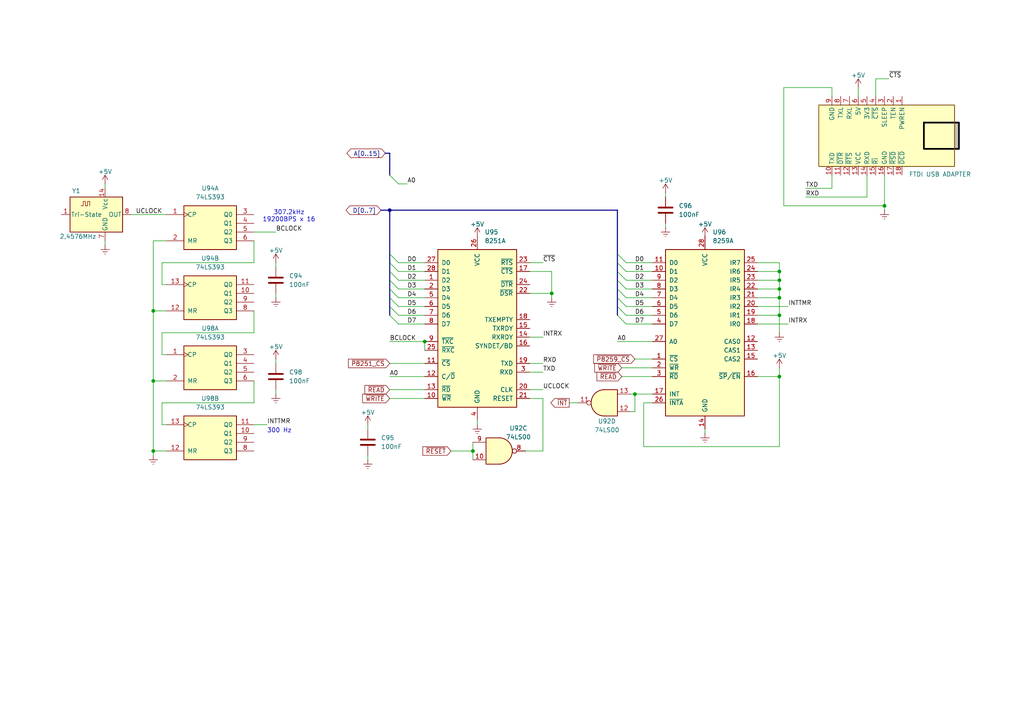
<source format=kicad_sch>
(kicad_sch (version 20250114) (generator "eeschema") (generator_version "9.0")
  (paper "A4")
  (title_block (title "Kraft 80 by ARMCoder") (rev "1.1") (comment 1 "www.github.com/ARMCoderBR"))
  (lib_symbols
    (symbol "74xx:74LS00" (pin_names (offset 1.016))
      (property "Reference" "U" (at 0 1.27 0))
      (property "Value" "74LS00" (at 0 -1.27 0))
      (symbol "74LS00_1_1"
        (arc (start 0 3.81) (mid 3.7934 0) (end 0 -3.81) (stroke (width 0.254)) (fill (type background)))
        (polyline (pts (xy 0 3.81) (xy -3.81 3.81) (xy -3.81 -3.81) (xy 0 -3.81)) (stroke (width 0.254)) (fill (type background)))
        (pin input line (at -7.62 2.54 0) (length 3.81) (name "~") (number "1"))
        (pin input line (at -7.62 -2.54 0) (length 3.81) (name "~") (number "2"))
        (pin output inverted (at 7.62 0 180) (length 3.81) (name "~") (number "3"))
      )
      (symbol "74LS00_1_2"
        (arc (start -3.81 3.81) (mid -2.589 0) (end -3.81 -3.81) (stroke (width 0.254)))
        (polyline (pts (xy -3.81 3.81) (xy -0.635 3.81)) (stroke (width 0.254)) (fill (type background)))
        (polyline (pts (xy -3.81 -3.81) (xy -0.635 -3.81)) (stroke (width 0.254)) (fill (type background)))
        (arc (start 3.81 0) (mid 2.1855 -2.584) (end -0.6096 -3.81) (stroke (width 0.254)) (fill (type background)))
        (arc (start -0.6096 3.81) (mid 2.1928 2.5924) (end 3.81 0) (stroke (width 0.254)) (fill (type background)))
        (polyline (pts (xy -0.635 3.81) (xy -3.81 3.81) (xy -3.81 3.81) (xy -3.556 3.4036) (xy -3.0226 2.2606) (xy -2.6924 1.0414) (xy -2.6162 -0.254) (xy -2.7686 -1.4986) (xy -3.175 -2.7178) (xy -3.81 -3.81) (xy -3.81 -3.81) (xy -0.635 -3.81)) (stroke (width -25.4)) (fill (type background)))
        (pin input inverted (at -7.62 2.54 0) (length 4.318) (name "~") (number "1"))
        (pin input inverted (at -7.62 -2.54 0) (length 4.318) (name "~") (number "2"))
        (pin output line (at 7.62 0 180) (length 3.81) (name "~") (number "3"))
      )
      (symbol "74LS00_2_1"
        (arc (start 0 3.81) (mid 3.7934 0) (end 0 -3.81) (stroke (width 0.254)) (fill (type background)))
        (polyline (pts (xy 0 3.81) (xy -3.81 3.81) (xy -3.81 -3.81) (xy 0 -3.81)) (stroke (width 0.254)) (fill (type background)))
        (pin input line (at -7.62 2.54 0) (length 3.81) (name "~") (number "4"))
        (pin input line (at -7.62 -2.54 0) (length 3.81) (name "~") (number "5"))
        (pin output inverted (at 7.62 0 180) (length 3.81) (name "~") (number "6"))
      )
      (symbol "74LS00_2_2"
        (arc (start -3.81 3.81) (mid -2.589 0) (end -3.81 -3.81) (stroke (width 0.254)))
        (polyline (pts (xy -3.81 3.81) (xy -0.635 3.81)) (stroke (width 0.254)) (fill (type background)))
        (polyline (pts (xy -3.81 -3.81) (xy -0.635 -3.81)) (stroke (width 0.254)) (fill (type background)))
        (arc (start 3.81 0) (mid 2.1855 -2.584) (end -0.6096 -3.81) (stroke (width 0.254)) (fill (type background)))
        (arc (start -0.6096 3.81) (mid 2.1928 2.5924) (end 3.81 0) (stroke (width 0.254)) (fill (type background)))
        (polyline (pts (xy -0.635 3.81) (xy -3.81 3.81) (xy -3.81 3.81) (xy -3.556 3.4036) (xy -3.0226 2.2606) (xy -2.6924 1.0414) (xy -2.6162 -0.254) (xy -2.7686 -1.4986) (xy -3.175 -2.7178) (xy -3.81 -3.81) (xy -3.81 -3.81) (xy -0.635 -3.81)) (stroke (width -25.4)) (fill (type background)))
        (pin input inverted (at -7.62 2.54 0) (length 4.318) (name "~") (number "4"))
        (pin input inverted (at -7.62 -2.54 0) (length 4.318) (name "~") (number "5"))
        (pin output line (at 7.62 0 180) (length 3.81) (name "~") (number "6"))
      )
      (symbol "74LS00_3_1"
        (arc (start 0 3.81) (mid 3.7934 0) (end 0 -3.81) (stroke (width 0.254)) (fill (type background)))
        (polyline (pts (xy 0 3.81) (xy -3.81 3.81) (xy -3.81 -3.81) (xy 0 -3.81)) (stroke (width 0.254)) (fill (type background)))
        (pin input line (at -7.62 2.54 0) (length 3.81) (name "~") (number "9"))
        (pin input line (at -7.62 -2.54 0) (length 3.81) (name "~") (number "10"))
        (pin output inverted (at 7.62 0 180) (length 3.81) (name "~") (number "8"))
      )
      (symbol "74LS00_3_2"
        (arc (start -3.81 3.81) (mid -2.589 0) (end -3.81 -3.81) (stroke (width 0.254)))
        (polyline (pts (xy -3.81 3.81) (xy -0.635 3.81)) (stroke (width 0.254)) (fill (type background)))
        (polyline (pts (xy -3.81 -3.81) (xy -0.635 -3.81)) (stroke (width 0.254)) (fill (type background)))
        (arc (start 3.81 0) (mid 2.1855 -2.584) (end -0.6096 -3.81) (stroke (width 0.254)) (fill (type background)))
        (arc (start -0.6096 3.81) (mid 2.1928 2.5924) (end 3.81 0) (stroke (width 0.254)) (fill (type background)))
        (polyline (pts (xy -0.635 3.81) (xy -3.81 3.81) (xy -3.81 3.81) (xy -3.556 3.4036) (xy -3.0226 2.2606) (xy -2.6924 1.0414) (xy -2.6162 -0.254) (xy -2.7686 -1.4986) (xy -3.175 -2.7178) (xy -3.81 -3.81) (xy -3.81 -3.81) (xy -0.635 -3.81)) (stroke (width -25.4)) (fill (type background)))
        (pin input inverted (at -7.62 2.54 0) (length 4.318) (name "~") (number "9"))
        (pin input inverted (at -7.62 -2.54 0) (length 4.318) (name "~") (number "10"))
        (pin output line (at 7.62 0 180) (length 3.81) (name "~") (number "8"))
      )
      (symbol "74LS00_4_1"
        (arc (start 0 3.81) (mid 3.7934 0) (end 0 -3.81) (stroke (width 0.254)) (fill (type background)))
        (polyline (pts (xy 0 3.81) (xy -3.81 3.81) (xy -3.81 -3.81) (xy 0 -3.81)) (stroke (width 0.254)) (fill (type background)))
        (pin input line (at -7.62 2.54 0) (length 3.81) (name "~") (number "12"))
        (pin input line (at -7.62 -2.54 0) (length 3.81) (name "~") (number "13"))
        (pin output inverted (at 7.62 0 180) (length 3.81) (name "~") (number "11"))
      )
      (symbol "74LS00_4_2"
        (arc (start -3.81 3.81) (mid -2.589 0) (end -3.81 -3.81) (stroke (width 0.254)))
        (polyline (pts (xy -3.81 3.81) (xy -0.635 3.81)) (stroke (width 0.254)) (fill (type background)))
        (polyline (pts (xy -3.81 -3.81) (xy -0.635 -3.81)) (stroke (width 0.254)) (fill (type background)))
        (arc (start 3.81 0) (mid 2.1855 -2.584) (end -0.6096 -3.81) (stroke (width 0.254)) (fill (type background)))
        (arc (start -0.6096 3.81) (mid 2.1928 2.5924) (end 3.81 0) (stroke (width 0.254)) (fill (type background)))
        (polyline (pts (xy -0.635 3.81) (xy -3.81 3.81) (xy -3.81 3.81) (xy -3.556 3.4036) (xy -3.0226 2.2606) (xy -2.6924 1.0414) (xy -2.6162 -0.254) (xy -2.7686 -1.4986) (xy -3.175 -2.7178) (xy -3.81 -3.81) (xy -3.81 -3.81) (xy -0.635 -3.81)) (stroke (width -25.4)) (fill (type background)))
        (pin input inverted (at -7.62 2.54 0) (length 4.318) (name "~") (number "12"))
        (pin input inverted (at -7.62 -2.54 0) (length 4.318) (name "~") (number "13"))
        (pin output line (at 7.62 0 180) (length 3.81) (name "~") (number "11"))
      )
      (symbol "74LS00_5_0"
        (pin power_in line (at 0 12.7 270) (length 5.08) (name "VCC") (number "14"))
        (pin power_in line (at 0 -12.7 90) (length 5.08) (name "GND") (number "7"))
      )
      (symbol "74LS00_5_1"
        (rectangle (start -5.08 7.62) (end 5.08 -7.62) (stroke (width 0.254)) (fill (type background)))
      )
    )
    (symbol "74xx:74LS393" (pin_names (offset 1.016))
      (property "Reference" "U" (at -7.62 8.89 0))
      (property "Value" "74LS393" (at -7.62 -8.89 0))
      (symbol "74LS393_1_0"
        (pin input clock (at -12.7 2.54 0) (length 5.08) (name "CP") (number "1"))
        (pin input line (at -12.7 -5.08 0) (length 5.08) (name "MR") (number "2"))
        (pin output line (at 12.7 2.54 180) (length 5.08) (name "Q0") (number "3"))
        (pin output line (at 12.7 0 180) (length 5.08) (name "Q1") (number "4"))
        (pin output line (at 12.7 -2.54 180) (length 5.08) (name "Q2") (number "5"))
        (pin output line (at 12.7 -5.08 180) (length 5.08) (name "Q3") (number "6"))
      )
      (symbol "74LS393_1_1"
        (rectangle (start -7.62 5.08) (end 7.62 -7.62) (stroke (width 0.254)) (fill (type background)))
      )
      (symbol "74LS393_2_0"
        (pin input clock (at -12.7 2.54 0) (length 5.08) (name "CP") (number "13"))
        (pin input line (at -12.7 -5.08 0) (length 5.08) (name "MR") (number "12"))
        (pin output line (at 12.7 2.54 180) (length 5.08) (name "Q0") (number "11"))
        (pin output line (at 12.7 0 180) (length 5.08) (name "Q1") (number "10"))
        (pin output line (at 12.7 -2.54 180) (length 5.08) (name "Q2") (number "9"))
        (pin output line (at 12.7 -5.08 180) (length 5.08) (name "Q3") (number "8"))
      )
      (symbol "74LS393_2_1"
        (rectangle (start -7.62 5.08) (end 7.62 -7.62) (stroke (width 0.254)) (fill (type background)))
      )
      (symbol "74LS393_3_0"
        (pin power_in line (at 0 12.7 270) (length 5.08) (name "VCC") (number "14"))
        (pin power_in line (at 0 -12.7 90) (length 5.08) (name "GND") (number "7"))
      )
      (symbol "74LS393_3_1"
        (rectangle (start -5.08 7.62) (end 5.08 -7.62) (stroke (width 0.254)) (fill (type background)))
      )
    )
    (symbol "Device:C" (pin_numbers (hide yes)) (pin_names (offset 0.254))
      (property "Reference" "C" (at 0.635 2.54 0))
      (property "Value" "C" (at 0.635 -2.54 0))
      (symbol "C_0_1"
        (polyline (pts (xy -2.032 0.762) (xy 2.032 0.762)) (stroke (width 0.508)))
        (polyline (pts (xy -2.032 -0.762) (xy 2.032 -0.762)) (stroke (width 0.508)))
      )
      (symbol "C_1_1"
        (pin passive line (at 0 3.81 270) (length 2.794) (name "~") (number "1"))
        (pin passive line (at 0 -3.81 90) (length 2.794) (name "~") (number "2"))
      )
    )
    (symbol "Interface:8259A" (pin_names (offset 1.016))
      (property "Reference" "U" (at -10.16 25.4 0))
      (property "Value" "8259A" (at 8.89 25.4 0))
      (symbol "8259A_0_1"
        (rectangle (start -11.43 24.13) (end 11.43 -24.13) (stroke (width 0.254)) (fill (type background)))
      )
      (symbol "8259A_1_1"
        (pin bidirectional line (at -15.24 20.32 0) (length 3.81) (name "D0") (number "11"))
        (pin bidirectional line (at -15.24 17.78 0) (length 3.81) (name "D1") (number "10"))
        (pin bidirectional line (at -15.24 15.24 0) (length 3.81) (name "D2") (number "9"))
        (pin bidirectional line (at -15.24 12.7 0) (length 3.81) (name "D3") (number "8"))
        (pin bidirectional line (at -15.24 10.16 0) (length 3.81) (name "D4") (number "7"))
        (pin bidirectional line (at -15.24 7.62 0) (length 3.81) (name "D5") (number "6"))
        (pin bidirectional line (at -15.24 5.08 0) (length 3.81) (name "D6") (number "5"))
        (pin bidirectional line (at -15.24 2.54 0) (length 3.81) (name "D7") (number "4"))
        (pin input line (at -15.24 -2.54 0) (length 3.81) (name "A0") (number "27"))
        (pin input line (at -15.24 -7.62 0) (length 3.81) (name "~{CS}") (number "1"))
        (pin input line (at -15.24 -10.16 0) (length 3.81) (name "~{WR}") (number "2"))
        (pin input line (at -15.24 -12.7 0) (length 3.81) (name "~{RD}") (number "3"))
        (pin output line (at -15.24 -17.78 0) (length 3.81) (name "INT") (number "17"))
        (pin input line (at -15.24 -20.32 0) (length 3.81) (name "~{INTA}") (number "26"))
        (pin power_in line (at 0 27.94 270) (length 3.81) (name "VCC") (number "28"))
        (pin power_in line (at 0 -27.94 90) (length 3.81) (name "GND") (number "14"))
        (pin input line (at 15.24 20.32 180) (length 3.81) (name "IR7") (number "25"))
        (pin input line (at 15.24 17.78 180) (length 3.81) (name "IR6") (number "24"))
        (pin input line (at 15.24 15.24 180) (length 3.81) (name "IR5") (number "23"))
        (pin input line (at 15.24 12.7 180) (length 3.81) (name "IR4") (number "22"))
        (pin input line (at 15.24 10.16 180) (length 3.81) (name "IR3") (number "21"))
        (pin input line (at 15.24 7.62 180) (length 3.81) (name "IR2") (number "20"))
        (pin input line (at 15.24 5.08 180) (length 3.81) (name "IR1") (number "19"))
        (pin input line (at 15.24 2.54 180) (length 3.81) (name "IR0") (number "18"))
        (pin input line (at 15.24 -2.54 180) (length 3.81) (name "CAS0") (number "12"))
        (pin output line (at 15.24 -5.08 180) (length 3.81) (name "CAS1") (number "13"))
        (pin output line (at 15.24 -7.62 180) (length 3.81) (name "CAS2") (number "15"))
        (pin bidirectional line (at 15.24 -12.7 180) (length 3.81) (name "~{SP}/~{EN}") (number "16"))
      )
    )
    (symbol "Oscillator:ACO-xxxMHz-A" (pin_names (offset 0.254))
      (property "Reference" "Y" (at -5.08 6.35 0))
      (property "Value" "ACO-xxxMHz-A" (at 1.27 -6.35 0))
      (symbol "ACO-xxxMHz-A_0_1"
        (rectangle (start -10.16 5.08) (end 5.08 -5.08) (stroke (width 0.254)) (fill (type background)))
        (polyline (pts (xy -6.985 2.54) (xy -6.35 2.54) (xy -6.35 3.81) (xy -5.715 3.81) (xy -5.715 2.54) (xy -5.08 2.54) (xy -5.08 3.81) (xy -4.445 3.81) (xy -4.445 2.54)))
      )
      (symbol "ACO-xxxMHz-A_1_1"
        (pin input line (at -12.7 0 0) (length 2.54) (name "Tri-State") (number "1"))
        (pin power_in line (at 0 7.62 270) (length 2.54) (name "Vcc") (number "14"))
        (pin power_in line (at 0 -7.62 90) (length 2.54) (name "GND") (number "7"))
        (pin output line (at 7.62 0 180) (length 2.54) (name "OUT") (number "8"))
      )
    )
    (symbol "kraft80:8251A" (pin_names (offset 1.016))
      (property "Reference" "U" (at -10.16 25.4 0))
      (property "Value" "8251A" (at 8.89 25.4 0))
      (symbol "8251A_0_1"
        (rectangle (start -11.43 24.13) (end 11.43 -21.59) (stroke (width 0.254)) (fill (type background)))
      )
      (symbol "8251A_1_1"
        (pin bidirectional line (at -15.24 20.32 0) (length 3.81) (name "D0") (number "27"))
        (pin bidirectional line (at -15.24 17.78 0) (length 3.81) (name "D1") (number "28"))
        (pin bidirectional line (at -15.24 15.24 0) (length 3.81) (name "D2") (number "1"))
        (pin bidirectional line (at -15.24 12.7 0) (length 3.81) (name "D3") (number "2"))
        (pin bidirectional line (at -15.24 10.16 0) (length 3.81) (name "D4") (number "5"))
        (pin bidirectional line (at -15.24 7.62 0) (length 3.81) (name "D5") (number "6"))
        (pin bidirectional line (at -15.24 5.08 0) (length 3.81) (name "D6") (number "7"))
        (pin bidirectional line (at -15.24 2.54 0) (length 3.81) (name "D7") (number "8"))
        (pin input line (at -15.24 -2.54 0) (length 3.81) (name "~{TXC}") (number "9"))
        (pin input line (at -15.24 -5.08 0) (length 3.81) (name "~{RXC}") (number "25"))
        (pin input line (at -15.24 -8.89 0) (length 3.81) (name "~{CS}") (number "11"))
        (pin input line (at -15.24 -12.7 0) (length 3.81) (name "C/~{D}") (number "12"))
        (pin input line (at -15.24 -16.51 0) (length 3.81) (name "~{RD}") (number "13"))
        (pin input line (at -15.24 -19.05 0) (length 3.81) (name "~{WR}") (number "10"))
        (pin power_in line (at 0 27.94 270) (length 3.81) (name "VCC") (number "26"))
        (pin power_in line (at 0 -25.4 90) (length 3.81) (name "GND") (number "4"))
        (pin output line (at 15.24 20.32 180) (length 3.81) (name "~{RTS}") (number "23"))
        (pin input line (at 15.24 17.78 180) (length 3.81) (name "~{CTS}") (number "17"))
        (pin output line (at 15.24 13.97 180) (length 3.81) (name "~{DTR}") (number "24"))
        (pin input line (at 15.24 11.43 180) (length 3.81) (name "~{DSR}") (number "22"))
        (pin output line (at 15.24 3.81 180) (length 3.81) (name "TXEMPTY") (number "18"))
        (pin output line (at 15.24 1.27 180) (length 3.81) (name "TXRDY") (number "15"))
        (pin output line (at 15.24 -1.27 180) (length 3.81) (name "RXRDY") (number "14"))
        (pin output line (at 15.24 -3.81 180) (length 3.81) (name "SYNDET/BD") (number "16"))
        (pin output line (at 15.24 -8.89 180) (length 3.81) (name "TXD") (number "19"))
        (pin input line (at 15.24 -11.43 180) (length 3.81) (name "RXD") (number "3"))
        (pin input line (at 15.24 -16.51 180) (length 3.81) (name "CLK") (number "20"))
        (pin input line (at 15.24 -19.05 180) (length 3.81) (name "RESET") (number "21"))
      )
    )
    (symbol "kraft80:FTDI-ADAPTER"
      (property "Reference" "U" (at -19.558 10.414 0))
      (symbol "FTDI-ADAPTER_1_1"
        (rectangle (start -21.59 3.81) (end -11.43 -3.81) (stroke (width 0.5) (color 0 0 0 1)) (fill (type color) (color 194 194 194 1)))
        (rectangle (start -20.32 8.89) (end 19.05 -8.89) (stroke (width 0.25) (color 128 77 0 1)) (fill (type color) (color 255 255 194 1)))
        (pin input line (at -5.08 11.43 270) (length 2.54) (name "~{DCD}") (number "18"))
        (pin input line (at -5.08 -11.43 90) (length 2.54) (name "PWREN") (number "1"))
        (pin input line (at -2.54 11.43 270) (length 2.54) (name "~{RSD}") (number "17"))
        (pin input line (at -2.54 -11.43 90) (length 2.54) (name "TEN") (number "2"))
        (pin power_in line (at 0 11.43 270) (length 2.54) (name "GND") (number "16"))
        (pin input line (at 0 -11.43 90) (length 2.54) (name "SLEEP") (number "3"))
        (pin input line (at 2.54 11.43 270) (length 2.54) (name "~{RI}") (number "15"))
        (pin input line (at 2.54 -11.43 90) (length 2.54) (name "~{CTS}") (number "4"))
        (pin input line (at 5.08 11.43 270) (length 2.54) (name "RXD") (number "14"))
        (pin power_in line (at 5.08 -11.43 90) (length 2.54) (name "3V3") (number "5"))
        (pin input line (at 7.62 11.43 270) (length 2.54) (name "VCC") (number "13"))
        (pin power_in line (at 7.62 -11.43 90) (length 2.54) (name "5V") (number "6"))
        (pin output line (at 10.16 11.43 270) (length 2.54) (name "~{RTS}") (number "12"))
        (pin input line (at 10.16 -11.43 90) (length 2.54) (name "RXL") (number "7"))
        (pin output line (at 12.7 11.43 270) (length 2.54) (name "~{DTR}") (number "11"))
        (pin input line (at 12.7 -11.43 90) (length 2.54) (name "TXL") (number "8"))
        (pin output line (at 15.24 11.43 270) (length 2.54) (name "TXD") (number "10"))
        (pin power_in line (at 15.24 -11.43 90) (length 2.54) (name "GND") (number "9"))
      )
    )
    (symbol "power:+5V" (power) (pin_numbers (hide yes)) (pin_names (offset 0) (hide yes))
      (property "Value" "+5V" (at 0 3.556 0))
      (symbol "+5V_0_1"
        (polyline (pts (xy -0.762 1.27) (xy 0 2.54)))
        (polyline (pts (xy 0 2.54) (xy 0.762 1.27)))
        (polyline (pts (xy 0 0) (xy 0 2.54)))
      )
      (symbol "+5V_1_1"
        (pin power_in line (at 0 0 90) (length 0) (name "~") (number "1"))
      )
    )
    (symbol "power:GNDREF" (power) (pin_numbers (hide yes)) (pin_names (offset 0) (hide yes))
      (property "Value" "GNDREF" (at 0 -3.81 0))
      (symbol "GNDREF_0_1"
        (polyline (pts (xy -0.635 -1.905) (xy 0.635 -1.905)))
        (polyline (pts (xy -0.127 -2.54) (xy 0.127 -2.54)))
        (polyline (pts (xy 0 -1.27) (xy 0 0)))
        (polyline (pts (xy 1.27 -1.27) (xy -1.27 -1.27)))
      )
      (symbol "GNDREF_1_1"
        (pin power_in line (at 0 0 270) (length 0) (name "~") (number "1"))
      )
    )
  )
  (text "307.2kHz\n19200BPS x 16" (at 83.82 62.738 0) (effects (font (size 1.27 1.27))))
  (text "300 Hz" (at 81.026 124.968 0) (effects (font (size 1.27 1.27))))
  (junction (at 44.45 130.81))
  (junction (at 256.54 59.69))
  (junction (at 44.45 110.49))
  (junction (at 226.06 91.44))
  (junction (at 44.45 90.17))
  (junction (at 226.06 81.28))
  (junction (at 226.06 86.36))
  (junction (at 226.06 109.22))
  (junction (at 123.19 99.06))
  (junction (at 160.02 85.09))
  (junction (at 113.03 60.96))
  (junction (at 226.06 83.82))
  (junction (at 184.15 114.3))
  (junction (at 137.16 130.81))
  (junction (at 226.06 78.74))
  (bus_entry (at 113.03 50.8) (size 2.54 2.54))
  (bus_entry (at 181.61 88.9) (size -2.54 -2.54))
  (bus_entry (at 115.57 78.74) (size -2.54 -2.54))
  (bus_entry (at 115.57 91.44) (size -2.54 -2.54))
  (bus_entry (at 115.57 93.98) (size -2.54 -2.54))
  (bus_entry (at 181.61 81.28) (size -2.54 -2.54))
  (bus_entry (at 181.61 76.2) (size -2.54 -2.54))
  (bus_entry (at 181.61 86.36) (size -2.54 -2.54))
  (bus_entry (at 115.57 88.9) (size -2.54 -2.54))
  (bus_entry (at 115.57 76.2) (size -2.54 -2.54))
  (bus_entry (at 181.61 78.74) (size -2.54 -2.54))
  (bus_entry (at 115.57 83.82) (size -2.54 -2.54))
  (bus_entry (at 181.61 83.82) (size -2.54 -2.54))
  (bus_entry (at 181.61 93.98) (size -2.54 -2.54))
  (bus_entry (at 115.57 81.28) (size -2.54 -2.54))
  (bus_entry (at 181.61 91.44) (size -2.54 -2.54))
  (bus_entry (at 115.57 86.36) (size -2.54 -2.54))
  (wire (pts (xy 226.06 86.36) (xy 226.06 91.44)))
  (wire (pts (xy 44.45 130.81) (xy 48.26 130.81)))
  (wire (pts (xy 113.03 109.22) (xy 123.19 109.22)))
  (wire (pts (xy 80.01 113.03) (xy 80.01 114.3)))
  (wire (pts (xy 80.01 104.14) (xy 80.01 105.41)))
  (wire (pts (xy 193.04 64.77) (xy 193.04 66.04)))
  (wire (pts (xy 115.57 86.36) (xy 123.19 86.36)))
  (wire (pts (xy 233.68 57.15) (xy 251.46 57.15)))
  (wire (pts (xy 227.33 25.4) (xy 227.33 59.69)))
  (wire (pts (xy 219.71 76.2) (xy 226.06 76.2)))
  (wire (pts (xy 180.34 106.68) (xy 189.23 106.68)))
  (wire (pts (xy 219.71 91.44) (xy 226.06 91.44)))
  (bus (pts (xy 110.49 60.96) (xy 113.03 60.96)))
  (wire (pts (xy 226.06 83.82) (xy 226.06 86.36)))
  (wire (pts (xy 226.06 129.54) (xy 226.06 109.22)))
  (wire (pts (xy 153.67 78.74) (xy 160.02 78.74)))
  (wire (pts (xy 115.57 83.82) (xy 123.19 83.82)))
  (wire (pts (xy 115.57 78.74) (xy 123.19 78.74)))
  (bus (pts (xy 113.03 86.36) (xy 113.03 83.82)))
  (bus (pts (xy 179.07 81.28) (xy 179.07 83.82)))
  (wire (pts (xy 73.66 69.85) (xy 73.66 76.2)))
  (wire (pts (xy 46.99 116.84) (xy 73.66 116.84)))
  (wire (pts (xy 219.71 83.82) (xy 226.06 83.82)))
  (wire (pts (xy 181.61 81.28) (xy 189.23 81.28)))
  (wire (pts (xy 204.47 124.46) (xy 204.47 125.73)))
  (wire (pts (xy 256.54 59.69) (xy 256.54 60.96)))
  (wire (pts (xy 181.61 86.36) (xy 189.23 86.36)))
  (wire (pts (xy 73.66 76.2) (xy 46.99 76.2)))
  (wire (pts (xy 115.57 53.34) (xy 118.11 53.34)))
  (wire (pts (xy 73.66 96.52) (xy 46.99 96.52)))
  (wire (pts (xy 46.99 76.2) (xy 46.99 82.55)))
  (wire (pts (xy 186.69 116.84) (xy 189.23 116.84)))
  (wire (pts (xy 181.61 91.44) (xy 189.23 91.44)))
  (wire (pts (xy 115.57 88.9) (xy 123.19 88.9)))
  (wire (pts (xy 219.71 93.98) (xy 228.6 93.98)))
  (wire (pts (xy 73.66 123.19) (xy 77.47 123.19)))
  (wire (pts (xy 153.67 76.2) (xy 157.48 76.2)))
  (bus (pts (xy 113.03 91.44) (xy 113.03 88.9)))
  (wire (pts (xy 48.26 123.19) (xy 46.99 123.19)))
  (bus (pts (xy 179.07 78.74) (xy 179.07 81.28)))
  (wire (pts (xy 153.67 85.09) (xy 160.02 85.09)))
  (wire (pts (xy 152.4 130.81) (xy 157.48 130.81)))
  (wire (pts (xy 251.46 50.8) (xy 251.46 57.15)))
  (wire (pts (xy 241.3 25.4) (xy 227.33 25.4)))
  (wire (pts (xy 184.15 104.14) (xy 189.23 104.14)))
  (bus (pts (xy 179.07 73.66) (xy 179.07 76.2)))
  (wire (pts (xy 73.66 67.31) (xy 80.01 67.31)))
  (wire (pts (xy 248.92 25.4) (xy 248.92 27.94)))
  (wire (pts (xy 153.67 97.79) (xy 157.48 97.79)))
  (wire (pts (xy 219.71 81.28) (xy 226.06 81.28)))
  (wire (pts (xy 193.04 55.88) (xy 193.04 57.15)))
  (wire (pts (xy 137.16 128.27) (xy 137.16 130.81)))
  (wire (pts (xy 38.1 62.23) (xy 48.26 62.23)))
  (wire (pts (xy 254 22.86) (xy 257.81 22.86)))
  (wire (pts (xy 181.61 78.74) (xy 189.23 78.74)))
  (bus (pts (xy 113.03 88.9) (xy 113.03 86.36)))
  (wire (pts (xy 181.61 93.98) (xy 189.23 93.98)))
  (bus (pts (xy 113.03 60.96) (xy 179.07 60.96)))
  (wire (pts (xy 181.61 83.82) (xy 189.23 83.82)))
  (wire (pts (xy 48.26 110.49) (xy 44.45 110.49)))
  (wire (pts (xy 181.61 88.9) (xy 189.23 88.9)))
  (wire (pts (xy 115.57 91.44) (xy 123.19 91.44)))
  (wire (pts (xy 153.67 107.95) (xy 157.48 107.95)))
  (bus (pts (xy 113.03 83.82) (xy 113.03 81.28)))
  (wire (pts (xy 254 27.94) (xy 254 22.86)))
  (wire (pts (xy 226.06 76.2) (xy 226.06 78.74)))
  (bus (pts (xy 179.07 60.96) (xy 179.07 73.66)))
  (wire (pts (xy 219.71 86.36) (xy 226.06 86.36)))
  (wire (pts (xy 130.81 130.81) (xy 137.16 130.81)))
  (wire (pts (xy 227.33 59.69) (xy 256.54 59.69)))
  (wire (pts (xy 80.01 76.2) (xy 80.01 77.47)))
  (wire (pts (xy 241.3 50.8) (xy 241.3 54.61)))
  (wire (pts (xy 226.06 81.28) (xy 226.06 83.82)))
  (wire (pts (xy 48.26 102.87) (xy 46.99 102.87)))
  (wire (pts (xy 123.19 99.06) (xy 123.19 101.6)))
  (bus (pts (xy 113.03 73.66) (xy 113.03 60.96)))
  (wire (pts (xy 182.88 119.38) (xy 184.15 119.38)))
  (bus (pts (xy 179.07 88.9) (xy 179.07 91.44)))
  (wire (pts (xy 226.06 91.44) (xy 226.06 96.52)))
  (wire (pts (xy 181.61 76.2) (xy 189.23 76.2)))
  (wire (pts (xy 115.57 81.28) (xy 123.19 81.28)))
  (wire (pts (xy 186.69 129.54) (xy 226.06 129.54)))
  (wire (pts (xy 123.19 113.03) (xy 113.03 113.03)))
  (wire (pts (xy 153.67 105.41) (xy 157.48 105.41)))
  (wire (pts (xy 233.68 54.61) (xy 241.3 54.61)))
  (bus (pts (xy 179.07 86.36) (xy 179.07 88.9)))
  (wire (pts (xy 106.68 133.35) (xy 106.68 132.08)))
  (wire (pts (xy 219.71 78.74) (xy 226.06 78.74)))
  (wire (pts (xy 219.71 109.22) (xy 226.06 109.22)))
  (wire (pts (xy 115.57 76.2) (xy 123.19 76.2)))
  (wire (pts (xy 157.48 115.57) (xy 153.67 115.57)))
  (wire (pts (xy 241.3 27.94) (xy 241.3 25.4)))
  (wire (pts (xy 226.06 106.68) (xy 226.06 109.22)))
  (bus (pts (xy 113.03 81.28) (xy 113.03 78.74)))
  (wire (pts (xy 160.02 85.09) (xy 160.02 78.74)))
  (wire (pts (xy 219.71 88.9) (xy 228.6 88.9)))
  (wire (pts (xy 30.48 53.34) (xy 30.48 54.61)))
  (wire (pts (xy 186.69 116.84) (xy 186.69 129.54)))
  (bus (pts (xy 111.76 44.45) (xy 113.03 44.45)))
  (wire (pts (xy 46.99 123.19) (xy 46.99 116.84)))
  (bus (pts (xy 113.03 78.74) (xy 113.03 76.2)))
  (wire (pts (xy 226.06 78.74) (xy 226.06 81.28)))
  (wire (pts (xy 157.48 115.57) (xy 157.48 130.81)))
  (wire (pts (xy 165.1 116.84) (xy 167.64 116.84)))
  (bus (pts (xy 179.07 83.82) (xy 179.07 86.36)))
  (wire (pts (xy 44.45 130.81) (xy 44.45 132.08)))
  (wire (pts (xy 256.54 50.8) (xy 256.54 59.69)))
  (wire (pts (xy 113.03 105.41) (xy 123.19 105.41)))
  (wire (pts (xy 180.34 109.22) (xy 189.23 109.22)))
  (wire (pts (xy 113.03 99.06) (xy 123.19 99.06)))
  (bus (pts (xy 113.03 44.45) (xy 113.03 50.8)))
  (wire (pts (xy 137.16 130.81) (xy 137.16 133.35)))
  (wire (pts (xy 46.99 82.55) (xy 48.26 82.55)))
  (wire (pts (xy 80.01 85.09) (xy 80.01 86.36)))
  (wire (pts (xy 73.66 90.17) (xy 73.66 96.52)))
  (bus (pts (xy 113.03 76.2) (xy 113.03 73.66)))
  (wire (pts (xy 184.15 114.3) (xy 189.23 114.3)))
  (wire (pts (xy 113.03 115.57) (xy 123.19 115.57)))
  (wire (pts (xy 44.45 110.49) (xy 44.45 130.81)))
  (wire (pts (xy 179.07 99.06) (xy 189.23 99.06)))
  (wire (pts (xy 73.66 116.84) (xy 73.66 110.49)))
  (wire (pts (xy 153.67 113.03) (xy 157.48 113.03)))
  (bus (pts (xy 179.07 76.2) (xy 179.07 78.74)))
  (wire (pts (xy 160.02 85.09) (xy 160.02 86.36)))
  (wire (pts (xy 115.57 93.98) (xy 123.19 93.98)))
  (wire (pts (xy 46.99 102.87) (xy 46.99 96.52)))
  (wire (pts (xy 182.88 114.3) (xy 184.15 114.3)))
  (wire (pts (xy 44.45 69.85) (xy 44.45 90.17)))
  (wire (pts (xy 138.43 121.92) (xy 138.43 123.19)))
  (wire (pts (xy 106.68 124.46) (xy 106.68 123.19)))
  (wire (pts (xy 184.15 119.38) (xy 184.15 114.3)))
  (wire (pts (xy 30.48 69.85) (xy 30.48 71.12)))
  (wire (pts (xy 48.26 69.85) (xy 44.45 69.85)))
  (wire (pts (xy 44.45 90.17) (xy 48.26 90.17)))
  (wire (pts (xy 44.45 110.49) (xy 44.45 90.17)))
  (label "A0" (at 179.07 99.06 0))
  (label "INTTMR" (at 228.6 88.9 0))
  (label "A0" (at 118.11 53.34 0))
  (label "D6" (at 184.15 91.44 0))
  (label "TXD" (at 157.48 107.95 0))
  (label "D0" (at 184.15 76.2 0))
  (label "D3" (at 118.11 83.82 0))
  (label "INTTMR" (at 77.47 123.19 0))
  (label "D2" (at 184.15 81.28 0))
  (label "D7" (at 184.15 93.98 0))
  (label "RXD" (at 157.48 105.41 0))
  (label "D6" (at 118.11 91.44 0))
  (label "RXD" (at 233.68 57.15 0))
  (label "~{CTS}" (at 157.48 76.2 0))
  (label "D1" (at 184.15 78.74 0))
  (label "INTRX" (at 228.6 93.98 0))
  (label "A0" (at 113.03 109.22 0))
  (label "D2" (at 118.11 81.28 0))
  (label "D5" (at 118.11 88.9 0))
  (label "D1" (at 118.11 78.74 0))
  (label "D5" (at 184.15 88.9 0))
  (label "BCLOCK" (at 80.01 67.31 0))
  (label "D4" (at 118.11 86.36 0))
  (label "UCLOCK" (at 39.37 62.23 0))
  (label "~{CTS}" (at 257.81 22.86 0))
  (label "D0" (at 118.11 76.2 0))
  (label "D3" (at 184.15 83.82 0))
  (label "BCLOCK" (at 113.03 99.06 0))
  (label "D4" (at 184.15 86.36 0))
  (label "TXD" (at 233.68 54.61 0))
  (label "UCLOCK" (at 157.48 113.03 0))
  (label "D7" (at 118.11 93.98 0))
  (label "INTRX" (at 157.48 97.79 0))
  (global_label "~{RESET}" (shape input) (at 130.81 130.81 180) (property "Intersheetrefs" "${INTERSHEET_REFS}" (effects (hide yes))))
  (global_label "A[0..15]" (shape bidirectional) (at 111.76 44.45 180) (property "Intersheetrefs" "${INTERSHEET_REFS}" (effects (hide yes))))
  (global_label "D[0..7]" (shape bidirectional) (at 110.49 60.96 180) (property "Intersheetrefs" "${INTERSHEET_REFS}" (effects (hide yes))))
  (global_label "~{P8259_CS}" (shape input) (at 184.15 104.14 180) (property "Intersheetrefs" "${INTERSHEET_REFS}" (effects (hide yes))))
  (global_label "~{INT}" (shape output) (at 165.1 116.84 180) (property "Intersheetrefs" "${INTERSHEET_REFS}" (effects (hide yes))))
  (global_label "~{WRITE}" (shape input) (at 113.03 115.57 180) (property "Intersheetrefs" "${INTERSHEET_REFS}" (effects (hide yes))))
  (global_label "~{P8251_CS}" (shape input) (at 113.03 105.41 180) (property "Intersheetrefs" "${INTERSHEET_REFS}" (effects (hide yes))))
  (global_label "~{WRITE}" (shape input) (at 180.34 106.68 180) (property "Intersheetrefs" "${INTERSHEET_REFS}" (effects (hide yes))))
  (global_label "~{READ}" (shape input) (at 113.03 113.03 180) (property "Intersheetrefs" "${INTERSHEET_REFS}" (effects (hide yes))))
  (global_label "~{READ}" (shape input) (at 180.34 109.22 180) (property "Intersheetrefs" "${INTERSHEET_REFS}" (effects (hide yes))))
  (symbol (lib_id "power:+5V") (at 138.43 68.58 0) (unit 1)
    (property "Reference" "#PWR086" (effects (hide yes)))
    (property "Value" "+5V" (at 138.43 65.024 0))
    (property "Description" "Power symbol creates a global label with name \"+5V\"" (effects (hide yes)))
  )
  (symbol (lib_id "Device:C") (at 80.01 109.22 0) (unit 1)
    (property "Reference" "C98" (at 83.82 107.9499 0) (effects (justify left)))
    (property "Value" "100nF" (at 83.82 110.4899 0) (effects (justify left)))
    (property "Description" "Unpolarized capacitor" (effects (hide yes)))
  )
  (symbol (lib_id "74xx:74LS393") (at 60.96 105.41 0) (unit 1)
    (property "Reference" "U98" (at 60.96 95.25 0))
    (property "Value" "74LS393" (at 60.96 97.79 0))
    (property "Datasheet" "74xx\\74LS393.pdf" (effects (hide yes)))
    (property "Description" "Dual BCD 4-bit counter" (effects (hide yes)))
  )
  (symbol (lib_id "power:GNDREF") (at 193.04 66.04 0) (unit 1)
    (property "Reference" "#PWR036" (effects (hide yes)))
    (property "Value" "GNDREF" (effects (hide yes)))
    (property "Description" "Power symbol creates a global label with name \"GNDREF\" , reference supply ground" (effects (hide yes)))
  )
  (symbol (lib_id "power:GNDREF") (at 138.43 123.19 0) (unit 1)
    (property "Reference" "#PWR087" (effects (hide yes)))
    (property "Value" "GNDREF" (effects (hide yes)))
    (property "Description" "Power symbol creates a global label with name \"GNDREF\" , reference supply ground" (effects (hide yes)))
  )
  (symbol (lib_id "power:GNDREF") (at 44.45 132.08 0) (unit 1)
    (property "Reference" "#PWR093" (effects (hide yes)))
    (property "Value" "GNDREF" (effects (hide yes)))
    (property "Description" "Power symbol creates a global label with name \"GNDREF\" , reference supply ground" (effects (hide yes)))
  )
  (symbol (lib_id "74xx:74LS393") (at 60.96 64.77 0) (unit 1)
    (property "Reference" "U94" (at 60.96 54.61 0))
    (property "Value" "74LS393" (at 60.96 57.15 0))
    (property "Datasheet" "74xx\\74LS393.pdf" (effects (hide yes)))
    (property "Description" "Dual BCD 4-bit counter" (effects (hide yes)))
  )
  (symbol (lib_id "power:GNDREF") (at 106.68 133.35 0) (unit 1)
    (property "Reference" "#PWR045" (effects (hide yes)))
    (property "Value" "GNDREF" (effects (hide yes)))
    (property "Description" "Power symbol creates a global label with name \"GNDREF\" , reference supply ground" (effects (hide yes)))
  )
  (symbol (lib_id "Device:C") (at 193.04 60.96 0) (unit 1)
    (property "Reference" "C96" (at 196.85 59.6899 0) (effects (justify left)))
    (property "Value" "100nF" (at 196.85 62.2299 0) (effects (justify left)))
    (property "Description" "Unpolarized capacitor" (effects (hide yes)))
  )
  (symbol (lib_id "74xx:74LS393") (at 60.96 85.09 0) (unit 2)
    (property "Reference" "U94" (at 60.96 74.93 0))
    (property "Value" "74LS393" (at 60.96 77.47 0))
    (property "Datasheet" "74xx\\74LS393.pdf" (effects (hide yes)))
    (property "Description" "Dual BCD 4-bit counter" (effects (hide yes)))
  )
  (symbol (lib_id "power:+5V") (at 248.92 25.4 0) (unit 1)
    (property "Reference" "#PWR027" (effects (hide yes)))
    (property "Value" "+5V" (at 248.92 21.844 0))
    (property "Description" "Power symbol creates a global label with name \"+5V\"" (effects (hide yes)))
  )
  (symbol (lib_id "power:+5V") (at 80.01 76.2 0) (unit 1)
    (property "Reference" "#PWR098" (effects (hide yes)))
    (property "Value" "+5V" (at 80.01 72.644 0))
    (property "Description" "Power symbol creates a global label with name \"+5V\"" (effects (hide yes)))
  )
  (symbol (lib_id "74xx:74LS393") (at 60.96 125.73 0) (unit 2)
    (property "Reference" "U98" (at 60.96 115.57 0))
    (property "Value" "74LS393" (at 60.96 118.11 0))
    (property "Datasheet" "74xx\\74LS393.pdf" (effects (hide yes)))
    (property "Description" "Dual BCD 4-bit counter" (effects (hide yes)))
  )
  (symbol (lib_id "power:+5V") (at 226.06 106.68 0) (unit 1)
    (property "Reference" "#PWR0100" (effects (hide yes)))
    (property "Value" "+5V" (at 226.06 103.124 0))
    (property "Description" "Power symbol creates a global label with name \"+5V\"" (effects (hide yes)))
  )
  (symbol (lib_id "power:GNDREF") (at 80.01 114.3 0) (unit 1)
    (property "Reference" "#PWR029" (effects (hide yes)))
    (property "Value" "GNDREF" (effects (hide yes)))
    (property "Description" "Power symbol creates a global label with name \"GNDREF\" , reference supply ground" (effects (hide yes)))
  )
  (symbol (lib_id "power:GNDREF") (at 256.54 60.96 0) (unit 1)
    (property "Reference" "#PWR026" (effects (hide yes)))
    (property "Value" "GNDREF" (effects (hide yes)))
    (property "Description" "Power symbol creates a global label with name \"GNDREF\" , reference supply ground" (effects (hide yes)))
  )
  (symbol (lib_id "power:+5V") (at 106.68 123.19 0) (unit 1)
    (property "Reference" "#PWR044" (effects (hide yes)))
    (property "Value" "+5V" (at 106.68 119.634 0))
    (property "Description" "Power symbol creates a global label with name \"+5V\"" (effects (hide yes)))
  )
  (symbol (lib_id "power:GNDREF") (at 226.06 96.52 0) (unit 1)
    (property "Reference" "#PWR091" (effects (hide yes)))
    (property "Value" "GNDREF" (effects (hide yes)))
    (property "Description" "Power symbol creates a global label with name \"GNDREF\" , reference supply ground" (effects (hide yes)))
  )
  (symbol (lib_id "power:+5V") (at 193.04 55.88 0) (unit 1)
    (property "Reference" "#PWR031" (effects (hide yes)))
    (property "Value" "+5V" (at 193.04 52.324 0))
    (property "Description" "Power symbol creates a global label with name \"+5V\"" (effects (hide yes)))
  )
  (symbol (lib_id "power:GNDREF") (at 160.02 86.36 0) (unit 1)
    (property "Reference" "#PWR0103" (effects (hide yes)))
    (property "Value" "GNDREF" (effects (hide yes)))
    (property "Description" "Power symbol creates a global label with name \"GNDREF\" , reference supply ground" (effects (hide yes)))
  )
  (symbol (lib_id "power:+5V") (at 30.48 53.34 0) (unit 1)
    (property "Reference" "#PWR083" (effects (hide yes)))
    (property "Value" "+5V" (at 30.48 49.784 0))
    (property "Description" "Power symbol creates a global label with name \"+5V\"" (effects (hide yes)))
  )
  (symbol (lib_id "Oscillator:ACO-xxxMHz-A") (at 30.48 62.23 0) (unit 1)
    (property "Reference" "Y1" (at 22.098 55.372 0))
    (property "Value" "2,4576MHz" (at 22.606 68.58 0))
    (property "Footprint" "Oscillator:Oscillator_DIP-14" (effects (hide yes)))
    (property "Datasheet" "http://www.conwin.com/datasheets/cx/cx030.pdf" (effects (hide yes)))
    (property "Description" "HCMOS Crystal Clock Oscillator, DIP14-style metal package" (effects (hide yes)))
  )
  (symbol (lib_id "power:GNDREF") (at 30.48 71.12 0) (unit 1)
    (property "Reference" "#PWR092" (effects (hide yes)))
    (property "Value" "GNDREF" (effects (hide yes)))
    (property "Description" "Power symbol creates a global label with name \"GNDREF\" , reference supply ground" (effects (hide yes)))
  )
  (symbol (lib_id "power:GNDREF") (at 204.47 125.73 0) (unit 1)
    (property "Reference" "#PWR090" (effects (hide yes)))
    (property "Value" "GNDREF" (effects (hide yes)))
    (property "Description" "Power symbol creates a global label with name \"GNDREF\" , reference supply ground" (effects (hide yes)))
  )
  (symbol (lib_id "74xx:74LS00") (at 144.78 130.81 0) (unit 3)
    (property "Reference" "U92" (at 150.368 124.206 0))
    (property "Value" "74LS00" (at 150.368 126.746 0))
    (property "Datasheet" "http://www.ti.com/lit/gpn/sn74ls00" (effects (hide yes)))
    (property "Description" "quad 2-input NAND gate" (effects (hide yes)))
  )
  (symbol (lib_id "kraft80:8251A") (at 138.43 96.52 0) (unit 1)
    (property "Reference" "U95" (at 140.5733 67.31 0) (effects (justify left)))
    (property "Value" "8251A" (at 140.5733 69.85 0) (effects (justify left)))
    (property "Footprint" "Package_DIP:DIP-28_W15.24mm" (effects (hide yes)))
    (property "Description" "8251, Programmable Communication Interface, PDIP-28" (effects (hide yes)))
  )
  (symbol (lib_id "kraft80:FTDI-ADAPTER") (at 256.54 39.37 180) (unit 1)
    (property "Reference" "U100" (effects (hide yes)))
    (property "Value" "FTDI USB ADAPTER" (at 263.652 50.546 0) (effects (justify right)))
  )
  (symbol (lib_id "Interface:8259A") (at 204.47 96.52 0) (unit 1)
    (property "Reference" "U96" (at 206.6641 67.31 0) (effects (justify left)))
    (property "Value" "8259A" (at 206.6641 69.85 0) (effects (justify left)))
    (property "Footprint" "Package_DIP:DIP-28_W15.24mm" (effects (hide yes)))
    (property "Datasheet" "http://pdos.csail.mit.edu/6.828/2005/readings/hardware/8259A.pdf" (effects (hide yes)))
    (property "Description" "8259, Programmable Interrupt Controller, PDIP-28" (effects (hide yes)))
  )
  (symbol (lib_id "74xx:74LS00") (at 175.26 116.84 180) (unit 4)
    (property "Reference" "U92" (at 176.022 122.174 0))
    (property "Value" "74LS00" (at 176.022 124.714 0))
    (property "Datasheet" "http://www.ti.com/lit/gpn/sn74ls00" (effects (hide yes)))
    (property "Description" "quad 2-input NAND gate" (effects (hide yes)))
  )
  (symbol (lib_id "power:GNDREF") (at 80.01 86.36 0) (unit 1)
    (property "Reference" "#PWR099" (effects (hide yes)))
    (property "Value" "GNDREF" (effects (hide yes)))
    (property "Description" "Power symbol creates a global label with name \"GNDREF\" , reference supply ground" (effects (hide yes)))
  )
  (symbol (lib_id "Device:C") (at 106.68 128.27 0) (unit 1)
    (property "Reference" "C95" (at 110.49 126.9999 0) (effects (justify left)))
    (property "Value" "100nF" (at 110.49 129.5399 0) (effects (justify left)))
    (property "Description" "Unpolarized capacitor" (effects (hide yes)))
  )
  (symbol (lib_id "Device:C") (at 80.01 81.28 0) (unit 1)
    (property "Reference" "C94" (at 83.82 80.0099 0) (effects (justify left)))
    (property "Value" "100nF" (at 83.82 82.5499 0) (effects (justify left)))
    (property "Description" "Unpolarized capacitor" (effects (hide yes)))
  )
  (symbol (lib_id "power:+5V") (at 80.01 104.14 0) (unit 1)
    (property "Reference" "#PWR028" (effects (hide yes)))
    (property "Value" "+5V" (at 80.01 100.584 0))
    (property "Description" "Power symbol creates a global label with name \"+5V\"" (effects (hide yes)))
  )
  (symbol (lib_id "power:+5V") (at 204.47 68.58 0) (unit 1)
    (property "Reference" "#PWR089" (effects (hide yes)))
    (property "Value" "+5V" (at 204.47 65.024 0))
    (property "Description" "Power symbol creates a global label with name \"+5V\"" (effects (hide yes)))
  )
)
</source>
